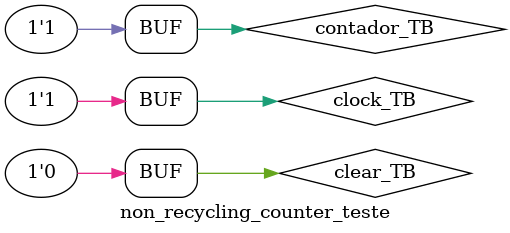
<source format=v>
`timescale 1ns/1ns
`include "non_recycling_counter.v"

module non_recycling_counter_teste;

    reg clock_TB, clear_TB, contador_TB;
  	wire  Q_TB;

  	non_recycling_counter DUT(.clock(clock_TB), .clear(clear_TB), .non_recycling_counter_output(Q_TB));

    initial
        begin

            $dumpfile("non_recycling_counter_teste.vcd");
            $dumpvars(0, non_recycling_counter_teste);

                clock_TB = 1; clear_TB=1; contador_TB = 0;
            #5   contador_TB = 3;
            #5   clear_TB = 0; 
          
            repeat(8)
                begin
                    #10 clock_TB = ~clock_TB;
                end

        end
endmodule
</source>
